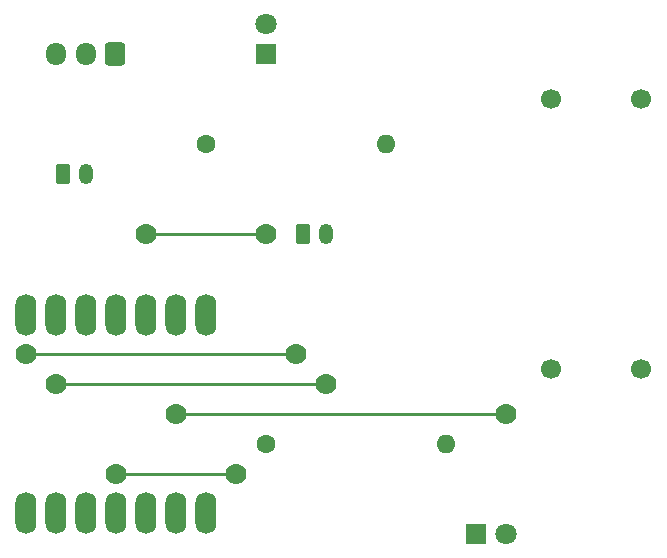
<source format=gbr>
%TF.GenerationSoftware,KiCad,Pcbnew,8.0.8*%
%TF.CreationDate,2025-03-02T00:43:29-07:00*%
%TF.ProjectId,techin514-final-project,74656368-696e-4353-9134-2d66696e616c,rev?*%
%TF.SameCoordinates,Original*%
%TF.FileFunction,Copper,L2,Bot*%
%TF.FilePolarity,Positive*%
%FSLAX46Y46*%
G04 Gerber Fmt 4.6, Leading zero omitted, Abs format (unit mm)*
G04 Created by KiCad (PCBNEW 8.0.8) date 2025-03-02 00:43:29*
%MOMM*%
%LPD*%
G01*
G04 APERTURE LIST*
G04 Aperture macros list*
%AMRoundRect*
0 Rectangle with rounded corners*
0 $1 Rounding radius*
0 $2 $3 $4 $5 $6 $7 $8 $9 X,Y pos of 4 corners*
0 Add a 4 corners polygon primitive as box body*
4,1,4,$2,$3,$4,$5,$6,$7,$8,$9,$2,$3,0*
0 Add four circle primitives for the rounded corners*
1,1,$1+$1,$2,$3*
1,1,$1+$1,$4,$5*
1,1,$1+$1,$6,$7*
1,1,$1+$1,$8,$9*
0 Add four rect primitives between the rounded corners*
20,1,$1+$1,$2,$3,$4,$5,0*
20,1,$1+$1,$4,$5,$6,$7,0*
20,1,$1+$1,$6,$7,$8,$9,0*
20,1,$1+$1,$8,$9,$2,$3,0*%
G04 Aperture macros list end*
%TA.AperFunction,ComponentPad*%
%ADD10RoundRect,0.250000X-0.350000X-0.625000X0.350000X-0.625000X0.350000X0.625000X-0.350000X0.625000X0*%
%TD*%
%TA.AperFunction,ComponentPad*%
%ADD11O,1.200000X1.750000*%
%TD*%
%TA.AperFunction,ComponentPad*%
%ADD12R,1.800000X1.800000*%
%TD*%
%TA.AperFunction,ComponentPad*%
%ADD13C,1.800000*%
%TD*%
%TA.AperFunction,ComponentPad*%
%ADD14RoundRect,0.250000X0.600000X0.725000X-0.600000X0.725000X-0.600000X-0.725000X0.600000X-0.725000X0*%
%TD*%
%TA.AperFunction,ComponentPad*%
%ADD15O,1.700000X1.950000*%
%TD*%
%TA.AperFunction,ComponentPad*%
%ADD16C,1.700000*%
%TD*%
%TA.AperFunction,ComponentPad*%
%ADD17C,1.600000*%
%TD*%
%TA.AperFunction,ComponentPad*%
%ADD18O,1.600000X1.600000*%
%TD*%
%TA.AperFunction,ComponentPad*%
%ADD19O,1.778000X3.556000*%
%TD*%
%TA.AperFunction,ViaPad*%
%ADD20C,1.778000*%
%TD*%
%TA.AperFunction,Conductor*%
%ADD21C,0.254000*%
%TD*%
G04 APERTURE END LIST*
D10*
%TO.P,J1,1,Pin_1*%
%TO.N,Net-(J1-Pin_1)*%
X89440000Y-81280000D03*
D11*
%TO.P,J1,2,Pin_2*%
%TO.N,GND*%
X91440000Y-81280000D03*
%TD*%
D12*
%TO.P,D2,1,K*%
%TO.N,GND*%
X104140000Y-106680000D03*
D13*
%TO.P,D2,2,A*%
%TO.N,Net-(D2-A)*%
X106680000Y-106680000D03*
%TD*%
D14*
%TO.P,SW1,1,A*%
%TO.N,unconnected-(SW1-A-Pad1)*%
X73580000Y-66040000D03*
D15*
%TO.P,SW1,2,B*%
%TO.N,Net-(BT1-+)*%
X71080000Y-66040000D03*
%TO.P,SW1,3,C*%
%TO.N,Net-(J1-Pin_1)*%
X68580000Y-66040000D03*
%TD*%
D16*
%TO.P,M1,1*%
%TO.N,Net-(U1-PA02_A0_D0)*%
X110490000Y-69850000D03*
%TO.P,M1,2,-*%
%TO.N,Net-(M1--)*%
X118110000Y-69850000D03*
%TO.P,M1,3*%
%TO.N,Net-(U1-PA10_A2_D2)*%
X110490000Y-92710000D03*
%TO.P,M1,4*%
%TO.N,Net-(U1-PA11_A3_D3)*%
X118110000Y-92710000D03*
%TD*%
D17*
%TO.P,R1,1*%
%TO.N,Net-(J1-Pin_1)*%
X81280000Y-73660000D03*
D18*
%TO.P,R1,2*%
%TO.N,Net-(D1-A)*%
X96520000Y-73660000D03*
%TD*%
D19*
%TO.P,U1,1,PA02_A0_D0*%
%TO.N,Net-(U1-PA02_A0_D0)*%
X66040000Y-104902000D03*
%TO.P,U1,2,PA4_A1_D1*%
%TO.N,Net-(M1--)*%
X68580000Y-104902000D03*
%TO.P,U1,3,PA10_A2_D2*%
%TO.N,Net-(U1-PA10_A2_D2)*%
X71120000Y-104902000D03*
%TO.P,U1,4,PA11_A3_D3*%
%TO.N,Net-(U1-PA11_A3_D3)*%
X73660000Y-104902000D03*
%TO.P,U1,5,PA8_A4_D4_SDA*%
%TO.N,Net-(U1-PA8_A4_D4_SDA)*%
X76200000Y-104902000D03*
%TO.P,U1,6,PA9_A5_D5_SCL*%
%TO.N,unconnected-(U1-PA9_A5_D5_SCL-Pad6)*%
X78740000Y-104902000D03*
%TO.P,U1,7,PB08_A6_D6_TX*%
%TO.N,unconnected-(U1-PB08_A6_D6_TX-Pad7)*%
X81280000Y-104902000D03*
%TO.P,U1,8,PB09_A7_D7_RX*%
%TO.N,unconnected-(U1-PB09_A7_D7_RX-Pad8)*%
X66040000Y-88138000D03*
%TO.P,U1,9,PA7_A8_D8_SCK*%
%TO.N,unconnected-(U1-PA7_A8_D8_SCK-Pad9)*%
X68580000Y-88138000D03*
%TO.P,U1,10,PA5_A9_D9_MISO*%
%TO.N,unconnected-(U1-PA5_A9_D9_MISO-Pad10)*%
X71120000Y-88138000D03*
%TO.P,U1,11,PA6_A10_D10_MOSI*%
%TO.N,unconnected-(U1-PA6_A10_D10_MOSI-Pad11)*%
X73660000Y-88138000D03*
%TO.P,U1,12,3V3*%
%TO.N,Net-(J1-Pin_1)*%
X76200000Y-88138000D03*
%TO.P,U1,13,GND*%
%TO.N,GND*%
X78740000Y-88138000D03*
%TO.P,U1,14,5V*%
%TO.N,unconnected-(U1-5V-Pad14)*%
X81280000Y-88138000D03*
%TD*%
D17*
%TO.P,R2,1*%
%TO.N,Net-(U1-PA8_A4_D4_SDA)*%
X86360000Y-99060000D03*
D18*
%TO.P,R2,2*%
%TO.N,Net-(D2-A)*%
X101600000Y-99060000D03*
%TD*%
D12*
%TO.P,D1,1,K*%
%TO.N,GND*%
X86360000Y-66040000D03*
D13*
%TO.P,D1,2,A*%
%TO.N,Net-(D1-A)*%
X86360000Y-63500000D03*
%TD*%
D10*
%TO.P,BT1,1,+*%
%TO.N,Net-(BT1-+)*%
X69120000Y-76200000D03*
D11*
%TO.P,BT1,2,-*%
%TO.N,GND*%
X71120000Y-76200000D03*
%TD*%
D20*
%TO.N,Net-(J1-Pin_1)*%
X76200000Y-81280000D03*
X86360000Y-81280000D03*
%TO.N,Net-(U1-PA02_A0_D0)*%
X88900000Y-91440000D03*
X66040000Y-91440000D03*
%TO.N,Net-(U1-PA10_A2_D2)*%
X78740000Y-96520000D03*
X106680000Y-96520000D03*
%TO.N,Net-(U1-PA11_A3_D3)*%
X83820000Y-101600000D03*
X73660000Y-101600000D03*
%TO.N,Net-(M1--)*%
X91440000Y-93980000D03*
X68580000Y-93980000D03*
%TD*%
D21*
%TO.N,Net-(J1-Pin_1)*%
X86360000Y-81280000D02*
X76200000Y-81280000D01*
%TO.N,Net-(U1-PA02_A0_D0)*%
X66040000Y-91440000D02*
X88900000Y-91440000D01*
%TO.N,Net-(U1-PA10_A2_D2)*%
X106680000Y-96520000D02*
X78740000Y-96520000D01*
%TO.N,Net-(U1-PA11_A3_D3)*%
X83820000Y-101600000D02*
X73660000Y-101600000D01*
%TO.N,Net-(M1--)*%
X68580000Y-93980000D02*
X91440000Y-93980000D01*
%TD*%
M02*

</source>
